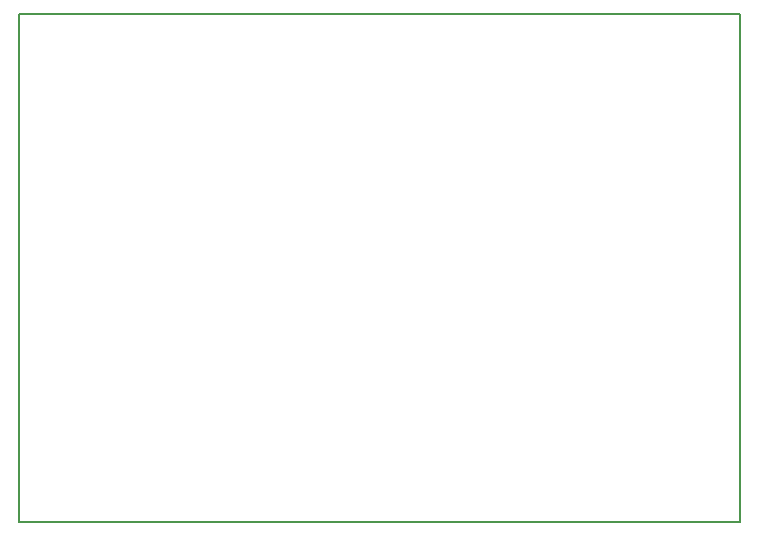
<source format=gko>
G04 Layer_Color=16711935*
%FSLAX24Y24*%
%MOIN*%
G70*
G01*
G75*
%ADD10C,0.0079*%
D10*
X20000Y30000D02*
X44016D01*
Y46929D01*
X20000D02*
X44016D01*
X20000Y30000D02*
Y46929D01*
M02*

</source>
